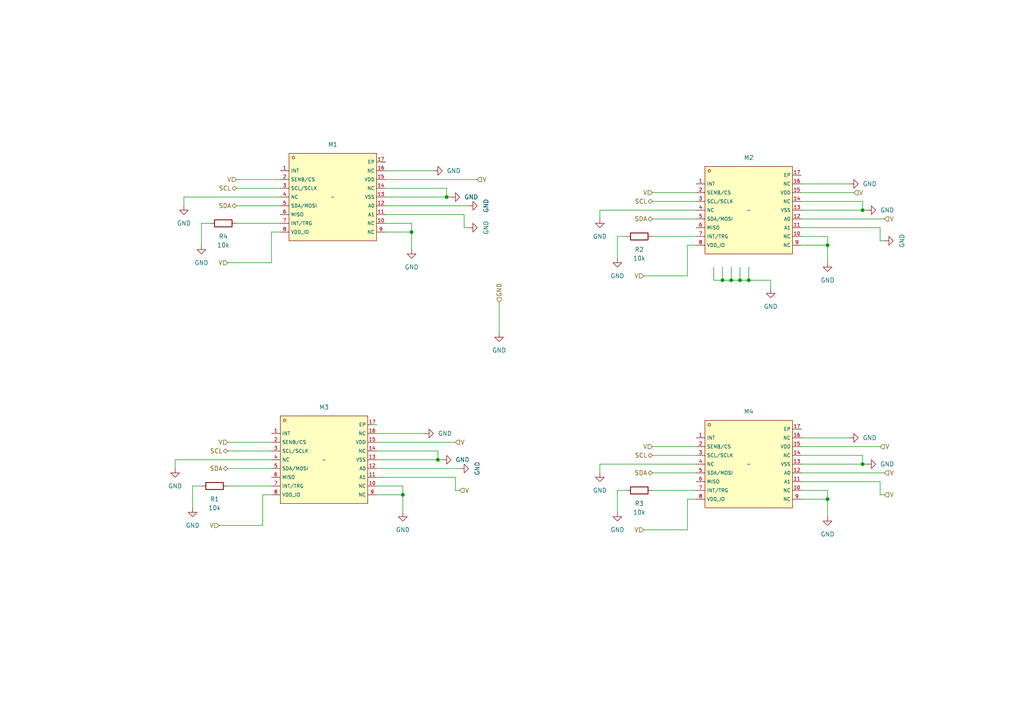
<source format=kicad_sch>
(kicad_sch (version 20230121) (generator eeschema)
  (paper "A4")
  (lib_symbols
    (symbol "Device:R" (pin_numbers hide) (pin_names (offset 0))
      (property "Reference" "R" (at 2.032 0 90))
      (property "Value" "R" (at 0 0 90))
      (symbol "R_0_1"
        (rectangle (start -1.016 -2.54) (end 1.016 2.54) (stroke (width 0.254)))
      )
      (symbol "R_1_1"
        (pin passive line (at 0 3.81 270) (length 1.27) (name "~") (number "1"))
        (pin passive line (at 0 -3.81 90) (length 1.27) (name "~") (number "2"))
      )
    )
    (symbol "JLCPCB:MLX90393SLW-ABA-012-SP"
      (property "Reference" "U" (at 0 1.27 0))
      (property "Value" "MLX90393SLW-ABA-012-SP" (at 0 -2.54 0))
      (symbol "MLX90393SLW-ABA-012-SP_0_1"
        (rectangle (start -12.7 12.7) (end 12.7 -12.7) (fill (type background)))
        (circle (center -11.43 11.43) (radius 0.381) (fill (type background)))
        (pin unspecified line (at -15.24 7.62 0) (length 2.54) (name "INT") (number "1"))
        (pin unspecified line (at 15.24 -7.62 180) (length 2.54) (name "NC") (number "10"))
        (pin unspecified line (at 15.24 -5.08 180) (length 2.54) (name "A1") (number "11"))
        (pin unspecified line (at 15.24 -2.54 180) (length 2.54) (name "A0") (number "12"))
        (pin unspecified line (at 15.24 0 180) (length 2.54) (name "VSS") (number "13"))
        (pin unspecified line (at 15.24 2.54 180) (length 2.54) (name "NC") (number "14"))
        (pin unspecified line (at 15.24 5.08 180) (length 2.54) (name "VDD") (number "15"))
        (pin unspecified line (at 15.24 7.62 180) (length 2.54) (name "NC") (number "16"))
        (pin unspecified line (at 15.24 10.16 180) (length 2.54) (name "EP") (number "17"))
        (pin unspecified line (at -15.24 5.08 0) (length 2.54) (name "SENB/CS") (number "2"))
        (pin unspecified line (at -15.24 2.54 0) (length 2.54) (name "SCL/SCLK") (number "3"))
        (pin unspecified line (at -15.24 0 0) (length 2.54) (name "NC") (number "4"))
        (pin unspecified line (at -15.24 -2.54 0) (length 2.54) (name "SDA/MOSI") (number "5"))
        (pin unspecified line (at -15.24 -5.08 0) (length 2.54) (name "MISO") (number "6"))
        (pin unspecified line (at -15.24 -7.62 0) (length 2.54) (name "INT/TRG") (number "7"))
        (pin unspecified line (at -15.24 -10.16 0) (length 2.54) (name "VDD_IO") (number "8"))
        (pin unspecified line (at 15.24 -10.16 180) (length 2.54) (name "NC") (number "9"))
      )
    )
    (symbol "power:GND" (power) (pin_names (offset 0))
      (property "Value" "GND" (at 0 -3.81 0))
      (symbol "GND_0_1"
        (polyline (pts (xy 0 0) (xy 0 -1.27) (xy 1.27 -1.27) (xy 0 -2.54) (xy -1.27 -1.27) (xy 0 -1.27)))
      )
      (symbol "GND_1_1"
        (pin power_in line (at 0 0 270) (length 0) hide (name "GND") (number "1"))
      )
    )
  )
  (junction (at 240.03 144.78))
  (junction (at 250.19 134.62))
  (junction (at 212.09 81.28))
  (junction (at 217.17 81.28))
  (junction (at 119.38 67.31))
  (junction (at 129.54 57.15))
  (junction (at 240.03 71.12))
  (junction (at 209.55 81.28))
  (junction (at 214.63 81.28))
  (junction (at 116.84 143.51))
  (junction (at 127 133.35))
  (junction (at 250.19 60.96))
  (wire (pts (xy 255.27 143.51) (xy 255.27 139.7)))
  (wire (pts (xy 250.19 58.42) (xy 250.19 60.96)))
  (wire (pts (xy 232.41 60.96) (xy 250.19 60.96)))
  (wire (pts (xy 189.23 129.54) (xy 201.93 129.54)))
  (wire (pts (xy 209.55 77.47) (xy 209.55 81.28)))
  (wire (pts (xy 173.99 134.62) (xy 173.99 137.16)))
  (wire (pts (xy 173.99 60.96) (xy 201.93 60.96)))
  (wire (pts (xy 144.78 87.63) (xy 144.78 96.52)))
  (wire (pts (xy 53.34 57.15) (xy 53.34 59.69)))
  (wire (pts (xy 78.74 76.2) (xy 78.74 67.31)))
  (wire (pts (xy 66.04 135.89) (xy 78.74 135.89)))
  (wire (pts (xy 256.54 69.85) (xy 255.27 69.85)))
  (wire (pts (xy 58.42 64.77) (xy 58.42 71.12)))
  (wire (pts (xy 250.19 132.08) (xy 250.19 134.62)))
  (wire (pts (xy 189.23 55.88) (xy 201.93 55.88)))
  (wire (pts (xy 232.41 142.24) (xy 240.03 142.24)))
  (wire (pts (xy 116.84 140.97) (xy 116.84 143.51)))
  (wire (pts (xy 199.39 71.12) (xy 201.93 71.12)))
  (wire (pts (xy 116.84 143.51) (xy 116.84 148.59)))
  (wire (pts (xy 207.01 81.28) (xy 209.55 81.28)))
  (wire (pts (xy 232.41 129.54) (xy 255.27 129.54)))
  (wire (pts (xy 68.58 64.77) (xy 81.28 64.77)))
  (wire (pts (xy 240.03 144.78) (xy 240.03 149.86)))
  (wire (pts (xy 76.2 152.4) (xy 76.2 143.51)))
  (wire (pts (xy 50.8 133.35) (xy 50.8 135.89)))
  (wire (pts (xy 132.08 138.43) (xy 109.22 138.43)))
  (wire (pts (xy 66.04 140.97) (xy 78.74 140.97)))
  (wire (pts (xy 232.41 55.88) (xy 247.65 55.88)))
  (wire (pts (xy 212.09 81.28) (xy 214.63 81.28)))
  (wire (pts (xy 250.19 60.96) (xy 251.46 60.96)))
  (wire (pts (xy 232.41 127) (xy 246.38 127)))
  (wire (pts (xy 111.76 52.07) (xy 138.43 52.07)))
  (wire (pts (xy 53.34 57.15) (xy 81.28 57.15)))
  (wire (pts (xy 66.04 128.27) (xy 78.74 128.27)))
  (wire (pts (xy 189.23 68.58) (xy 201.93 68.58)))
  (wire (pts (xy 217.17 77.47) (xy 217.17 81.28)))
  (wire (pts (xy 76.2 143.51) (xy 78.74 143.51)))
  (wire (pts (xy 127 130.81) (xy 127 133.35)))
  (wire (pts (xy 66.04 130.81) (xy 78.74 130.81)))
  (wire (pts (xy 129.54 57.15) (xy 130.81 57.15)))
  (wire (pts (xy 119.38 64.77) (xy 119.38 67.31)))
  (wire (pts (xy 50.8 133.35) (xy 78.74 133.35)))
  (wire (pts (xy 66.04 76.2) (xy 78.74 76.2)))
  (wire (pts (xy 55.88 140.97) (xy 58.42 140.97)))
  (wire (pts (xy 179.07 142.24) (xy 179.07 148.59)))
  (wire (pts (xy 232.41 71.12) (xy 240.03 71.12)))
  (wire (pts (xy 132.08 142.24) (xy 132.08 138.43)))
  (wire (pts (xy 214.63 77.47) (xy 214.63 81.28)))
  (wire (pts (xy 134.62 62.23) (xy 111.76 62.23)))
  (wire (pts (xy 256.54 63.5) (xy 232.41 63.5)))
  (wire (pts (xy 232.41 144.78) (xy 240.03 144.78)))
  (wire (pts (xy 256.54 137.16) (xy 232.41 137.16)))
  (wire (pts (xy 111.76 67.31) (xy 119.38 67.31)))
  (wire (pts (xy 189.23 137.16) (xy 201.93 137.16)))
  (wire (pts (xy 256.54 143.51) (xy 255.27 143.51)))
  (wire (pts (xy 68.58 54.61) (xy 81.28 54.61)))
  (wire (pts (xy 68.58 52.07) (xy 81.28 52.07)))
  (wire (pts (xy 179.07 68.58) (xy 181.61 68.58)))
  (wire (pts (xy 109.22 130.81) (xy 127 130.81)))
  (wire (pts (xy 78.74 67.31) (xy 81.28 67.31)))
  (wire (pts (xy 109.22 140.97) (xy 116.84 140.97)))
  (wire (pts (xy 199.39 80.01) (xy 199.39 71.12)))
  (wire (pts (xy 134.62 66.04) (xy 134.62 62.23)))
  (wire (pts (xy 109.22 143.51) (xy 116.84 143.51)))
  (wire (pts (xy 209.55 81.28) (xy 212.09 81.28)))
  (wire (pts (xy 250.19 134.62) (xy 251.46 134.62)))
  (wire (pts (xy 109.22 125.73) (xy 123.19 125.73)))
  (wire (pts (xy 232.41 53.34) (xy 246.38 53.34)))
  (wire (pts (xy 232.41 132.08) (xy 250.19 132.08)))
  (wire (pts (xy 189.23 132.08) (xy 201.93 132.08)))
  (wire (pts (xy 186.69 80.01) (xy 199.39 80.01)))
  (wire (pts (xy 173.99 60.96) (xy 173.99 63.5)))
  (wire (pts (xy 135.89 66.04) (xy 134.62 66.04)))
  (wire (pts (xy 119.38 67.31) (xy 119.38 72.39)))
  (wire (pts (xy 179.07 68.58) (xy 179.07 74.93)))
  (wire (pts (xy 110.49 46.99) (xy 111.76 46.99)))
  (wire (pts (xy 111.76 64.77) (xy 119.38 64.77)))
  (wire (pts (xy 255.27 139.7) (xy 232.41 139.7)))
  (wire (pts (xy 240.03 142.24) (xy 240.03 144.78)))
  (wire (pts (xy 63.5 152.4) (xy 76.2 152.4)))
  (wire (pts (xy 223.52 81.28) (xy 223.52 83.82)))
  (wire (pts (xy 255.27 66.04) (xy 232.41 66.04)))
  (wire (pts (xy 217.17 81.28) (xy 223.52 81.28)))
  (wire (pts (xy 68.58 59.69) (xy 81.28 59.69)))
  (wire (pts (xy 111.76 57.15) (xy 129.54 57.15)))
  (wire (pts (xy 111.76 54.61) (xy 129.54 54.61)))
  (wire (pts (xy 231.14 50.8) (xy 232.41 50.8)))
  (wire (pts (xy 232.41 134.62) (xy 250.19 134.62)))
  (wire (pts (xy 109.22 133.35) (xy 127 133.35)))
  (wire (pts (xy 127 133.35) (xy 128.27 133.35)))
  (wire (pts (xy 240.03 68.58) (xy 240.03 71.12)))
  (wire (pts (xy 232.41 58.42) (xy 250.19 58.42)))
  (wire (pts (xy 129.54 54.61) (xy 129.54 57.15)))
  (wire (pts (xy 231.14 124.46) (xy 232.41 124.46)))
  (wire (pts (xy 55.88 140.97) (xy 55.88 147.32)))
  (wire (pts (xy 240.03 71.12) (xy 240.03 76.2)))
  (wire (pts (xy 173.99 134.62) (xy 201.93 134.62)))
  (wire (pts (xy 212.09 77.47) (xy 212.09 81.28)))
  (wire (pts (xy 189.23 58.42) (xy 201.93 58.42)))
  (wire (pts (xy 135.89 59.69) (xy 111.76 59.69)))
  (wire (pts (xy 255.27 69.85) (xy 255.27 66.04)))
  (wire (pts (xy 214.63 81.28) (xy 217.17 81.28)))
  (wire (pts (xy 109.22 128.27) (xy 132.08 128.27)))
  (wire (pts (xy 133.35 135.89) (xy 109.22 135.89)))
  (wire (pts (xy 133.35 142.24) (xy 132.08 142.24)))
  (wire (pts (xy 199.39 144.78) (xy 201.93 144.78)))
  (wire (pts (xy 111.76 49.53) (xy 125.73 49.53)))
  (wire (pts (xy 189.23 63.5) (xy 201.93 63.5)))
  (wire (pts (xy 107.95 123.19) (xy 109.22 123.19)))
  (wire (pts (xy 189.23 142.24) (xy 201.93 142.24)))
  (wire (pts (xy 232.41 68.58) (xy 240.03 68.58)))
  (wire (pts (xy 186.69 153.67) (xy 199.39 153.67)))
  (wire (pts (xy 199.39 153.67) (xy 199.39 144.78)))
  (wire (pts (xy 58.42 64.77) (xy 60.96 64.77)))
  (wire (pts (xy 207.01 77.47) (xy 207.01 81.28)))
  (wire (pts (xy 179.07 142.24) (xy 181.61 142.24)))
  (hierarchical_label "SCL" (shape bidirectional) (at 68.58 54.61 180))
  (hierarchical_label "V" (shape input) (at 189.23 55.88 180))
  (hierarchical_label "V" (shape input) (at 133.35 142.24 0))
  (hierarchical_label "V" (shape input) (at 66.04 128.27 180))
  (hierarchical_label "SCL" (shape bidirectional) (at 189.23 132.08 180))
  (hierarchical_label "V" (shape input) (at 138.43 52.07 0))
  (hierarchical_label "SDA" (shape bidirectional) (at 189.23 63.5 180))
  (hierarchical_label "V" (shape input) (at 68.58 52.07 180))
  (hierarchical_label "V" (shape input) (at 66.04 76.2 180))
  (hierarchical_label "SCL" (shape bidirectional) (at 189.23 58.42 180))
  (hierarchical_label "V" (shape input) (at 256.54 143.51 0))
  (hierarchical_label "V" (shape input) (at 132.08 128.27 0))
  (hierarchical_label "V" (shape input) (at 63.5 152.4 180))
  (hierarchical_label "SDA" (shape bidirectional) (at 189.23 137.16 180))
  (hierarchical_label "SDA" (shape bidirectional) (at 68.58 59.69 180))
  (hierarchical_label "V" (shape input) (at 256.54 137.16 0))
  (hierarchical_label "V" (shape input) (at 186.69 153.67 180))
  (hierarchical_label "V" (shape input) (at 255.27 129.54 0))
  (hierarchical_label "V" (shape input) (at 186.69 80.01 180))
  (hierarchical_label "SCL" (shape bidirectional) (at 66.04 130.81 180))
  (hierarchical_label "V" (shape input) (at 247.65 55.88 0))
  (hierarchical_label "V" (shape input) (at 256.54 63.5 0))
  (hierarchical_label "GND" (shape input) (at 144.78 87.63 90))
  (hierarchical_label "SDA" (shape bidirectional) (at 66.04 135.89 180))
  (hierarchical_label "V" (shape input) (at 189.23 129.54 180))
  (symbol (lib_id "power:GND") (at 246.38 53.34 90) (unit 1)
    (property "Reference" "#PWR02" (effects hide))
    (property "Value" "GND" (at 250.19 53.34 90) (effects (justify right)))
    (instances (project "MLX90393_board2" (path "" (reference "#PWR02") (unit 1)) (path "" (reference "#PWR036") (unit 1))))
  )
  (symbol (lib_id "Device:R") (at 185.42 68.58 90) (unit 1)
    (property "Reference" "R2" (at 185.42 72.39 90))
    (property "Value" "10k" (at 185.42 74.93 90))
    (property "Footprint" "Resistor_SMD:R_0603_1608Metric" (effects hide))
  )
  (symbol (lib_id "Device:R") (at 185.42 142.24 90) (unit 1)
    (property "Reference" "R3" (at 185.42 146.05 90))
    (property "Value" "10k" (at 185.42 148.59 90))
    (property "Footprint" "Resistor_SMD:R_0603_1608Metric" (effects hide))
  )
  (symbol (lib_id "power:GND") (at 223.52 83.82 0) (unit 1)
    (property "Reference" "#PWR02" (effects hide))
    (property "Value" "GND" (at 223.52 88.9 0))
    (instances (project "MLX90393_board2" (path "" (reference "#PWR02") (unit 1)) (path "" (reference "#PWR013") (unit 1))))
  )
  (symbol (lib_id "power:GND") (at 133.35 135.89 90) (unit 1)
    (property "Reference" "#PWR02" (effects hide))
    (property "Value" "GND" (at 138.43 135.89 0))
    (instances (project "MLX90393_board2" (path "" (reference "#PWR02") (unit 1)) (path "" (reference "#PWR020") (unit 1))))
  )
  (symbol (lib_id "power:GND") (at 251.46 134.62 90) (unit 1)
    (property "Reference" "#PWR02" (effects hide))
    (property "Value" "GND" (at 255.27 134.62 90) (effects (justify right)))
    (instances (project "MLX90393_board2" (path "" (reference "#PWR02") (unit 1)) (path "" (reference "#PWR044") (unit 1))))
  )
  (symbol (lib_id "power:GND") (at 246.38 127 90) (unit 1)
    (property "Reference" "#PWR02" (effects hide))
    (property "Value" "GND" (at 250.19 127 90) (effects (justify right)))
    (instances (project "MLX90393_board2" (path "" (reference "#PWR02") (unit 1)) (path "" (reference "#PWR043") (unit 1))))
  )
  (symbol (lib_id "JLCPCB:MLX90393SLW-ABA-012-SP") (at 217.17 60.96 0) (unit 1)
    (property "Reference" "M2" (at 217.17 45.72 0))
    (property "Value" "~" (at 217.17 60.96 0))
    (property "Footprint" "JLCPCB:QFN-16_L3.0-W3.0-P0.50-BL-EP1.7" (effects hide))
    (property "Datasheet" "https://item.szlcsc.com/44583.html" (effects hide))
    (property "LCSC" "C1526572" (effects hide))
  )
  (symbol (lib_id "power:GND") (at 55.88 147.32 0) (unit 1)
    (property "Reference" "#PWR02" (effects hide))
    (property "Value" "GND" (at 55.88 152.4 0))
    (instances (project "MLX90393_board2" (path "" (reference "#PWR02") (unit 1)) (path "" (reference "#PWR014") (unit 1))))
  )
  (symbol (lib_id "power:GND") (at 135.89 59.69 90) (unit 1)
    (property "Reference" "#PWR02" (effects hide))
    (property "Value" "GND" (at 140.97 59.69 0))
    (instances (project "MLX90393_board2" (path "" (reference "#PWR02") (unit 1)) (path "" (reference "#PWR01") (unit 1))))
  )
  (symbol (lib_id "power:GND") (at 128.27 133.35 90) (unit 1)
    (property "Reference" "#PWR02" (effects hide))
    (property "Value" "GND" (at 132.08 133.35 90) (effects (justify right)))
    (instances (project "MLX90393_board2" (path "" (reference "#PWR02") (unit 1)) (path "" (reference "#PWR019") (unit 1))))
  )
  (symbol (lib_id "JLCPCB:MLX90393SLW-ABA-012-SP") (at 217.17 134.62 0) (unit 1)
    (property "Reference" "M4" (at 217.17 119.38 0))
    (property "Value" "~" (at 217.17 134.62 0))
    (property "Footprint" "JLCPCB:QFN-16_L3.0-W3.0-P0.50-BL-EP1.7" (effects hide))
    (property "Datasheet" "https://item.szlcsc.com/44583.html" (effects hide))
    (property "LCSC" "C1526572" (effects hide))
  )
  (symbol (lib_id "power:GND") (at 119.38 72.39 0) (unit 1)
    (property "Reference" "#PWR02" (effects hide))
    (property "Value" "GND" (at 119.38 77.47 0))
    (instances (project "MLX90393_board2" (path "" (reference "#PWR02") (unit 1)) (path "" (reference "#PWR03") (unit 1))))
  )
  (symbol (lib_id "power:GND") (at 173.99 137.16 0) (unit 1)
    (property "Reference" "#PWR02" (effects hide))
    (property "Value" "GND" (at 173.99 142.24 0))
    (instances (project "MLX90393_board2" (path "" (reference "#PWR02") (unit 1)) (path "" (reference "#PWR040") (unit 1))))
  )
  (symbol (lib_id "power:GND") (at 123.19 125.73 90) (unit 1)
    (property "Reference" "#PWR02" (effects hide))
    (property "Value" "GND" (at 127 125.73 90) (effects (justify right)))
    (instances (project "MLX90393_board2" (path "" (reference "#PWR02") (unit 1)) (path "" (reference "#PWR018") (unit 1))))
  )
  (symbol (lib_id "power:GND") (at 130.81 57.15 90) (unit 1)
    (property "Reference" "#PWR02" (effects hide))
    (property "Value" "GND" (at 134.62 57.15 90) (effects (justify right)))
    (instances (project "MLX90393_board2" (path "" (reference "#PWR02") (unit 1)) (path "" (reference "#PWR011") (unit 1))))
  )
  (symbol (lib_id "power:GND") (at 251.46 60.96 90) (unit 1)
    (property "Reference" "#PWR02" (effects hide))
    (property "Value" "GND" (at 255.27 60.96 90) (effects (justify right)))
    (instances (project "MLX90393_board2" (path "" (reference "#PWR02") (unit 1)) (path "" (reference "#PWR037") (unit 1))))
  )
  (symbol (lib_id "power:GND") (at 256.54 69.85 90) (unit 1)
    (property "Reference" "#PWR02" (effects hide))
    (property "Value" "GND" (at 261.62 69.85 0))
    (instances (project "MLX90393_board2" (path "" (reference "#PWR02") (unit 1)) (path "" (reference "#PWR039") (unit 1))))
  )
  (symbol (lib_id "power:GND") (at 116.84 148.59 0) (unit 1)
    (property "Reference" "#PWR02" (effects hide))
    (property "Value" "GND" (at 116.84 153.67 0))
    (instances (project "MLX90393_board2" (path "" (reference "#PWR02") (unit 1)) (path "" (reference "#PWR017") (unit 1))))
  )
  (symbol (lib_id "JLCPCB:MLX90393SLW-ABA-012-SP") (at 96.52 57.15 0) (unit 1)
    (property "Reference" "M1" (at 96.52 41.91 0))
    (property "Value" "~" (at 96.52 57.15 0))
    (property "Footprint" "JLCPCB:QFN-16_L3.0-W3.0-P0.50-BL-EP1.7" (effects hide))
    (property "Datasheet" "https://item.szlcsc.com/44583.html" (effects hide))
    (property "LCSC" "C1526572" (effects hide))
  )
  (symbol (lib_id "power:GND") (at 53.34 59.69 0) (unit 1)
    (property "Reference" "#PWR02" (effects hide))
    (property "Value" "GND" (at 53.34 64.77 0))
    (instances (project "MLX90393_board2" (path "" (reference "#PWR02") (unit 1)) (path "" (reference "#PWR07") (unit 1))))
  )
  (symbol (lib_id "power:GND") (at 179.07 74.93 0) (unit 1)
    (property "Reference" "#PWR02" (effects hide))
    (property "Value" "GND" (at 179.07 80.01 0))
    (instances (project "MLX90393_board2" (path "" (reference "#PWR02") (unit 1)) (path "" (reference "#PWR034") (unit 1))))
  )
  (symbol (lib_id "Device:R") (at 64.77 64.77 90) (unit 1)
    (property "Reference" "R4" (at 64.77 68.58 90))
    (property "Value" "10k" (at 64.77 71.12 90))
    (property "Footprint" "Resistor_SMD:R_0603_1608Metric" (effects hide))
  )
  (symbol (lib_id "power:GND") (at 173.99 63.5 0) (unit 1)
    (property "Reference" "#PWR02" (effects hide))
    (property "Value" "GND" (at 173.99 68.58 0))
    (instances (project "MLX90393_board2" (path "" (reference "#PWR02") (unit 1)) (path "" (reference "#PWR024") (unit 1))))
  )
  (symbol (lib_id "power:GND") (at 240.03 76.2 0) (unit 1)
    (property "Reference" "#PWR02" (effects hide))
    (property "Value" "GND" (at 240.03 81.28 0))
    (instances (project "MLX90393_board2" (path "" (reference "#PWR02") (unit 1)) (path "" (reference "#PWR035") (unit 1))))
  )
  (symbol (lib_id "power:GND") (at 58.42 71.12 0) (unit 1)
    (property "Reference" "#PWR02" (effects hide))
    (property "Value" "GND" (at 58.42 76.2 0))
    (instances (project "MLX90393_board2" (path "" (reference "#PWR02") (unit 1)) (path "" (reference "#PWR05") (unit 1))))
  )
  (symbol (lib_id "power:GND") (at 144.78 96.52 0) (unit 1)
    (property "Reference" "#PWR02" (effects hide))
    (property "Value" "GND" (at 144.78 101.6 0))
  )
  (symbol (lib_id "power:GND") (at 50.8 135.89 0) (unit 1)
    (property "Reference" "#PWR02" (effects hide))
    (property "Value" "GND" (at 50.8 140.97 0))
    (instances (project "MLX90393_board2" (path "" (reference "#PWR02") (unit 1)) (path "" (reference "#PWR08") (unit 1))))
  )
  (symbol (lib_id "JLCPCB:MLX90393SLW-ABA-012-SP") (at 93.98 133.35 0) (unit 1)
    (property "Reference" "M3" (at 93.98 118.11 0))
    (property "Value" "~" (at 93.98 133.35 0))
    (property "Footprint" "JLCPCB:QFN-16_L3.0-W3.0-P0.50-BL-EP1.7" (effects hide))
    (property "Datasheet" "https://item.szlcsc.com/44583.html" (effects hide))
    (property "LCSC" "C1526572" (effects hide))
  )
  (symbol (lib_id "power:GND") (at 240.03 149.86 0) (unit 1)
    (property "Reference" "#PWR02" (effects hide))
    (property "Value" "GND" (at 240.03 154.94 0))
    (instances (project "MLX90393_board2" (path "" (reference "#PWR02") (unit 1)) (path "" (reference "#PWR042") (unit 1))))
  )
  (symbol (lib_id "power:GND") (at 179.07 148.59 0) (unit 1)
    (property "Reference" "#PWR02" (effects hide))
    (property "Value" "GND" (at 179.07 153.67 0))
    (instances (project "MLX90393_board2" (path "" (reference "#PWR02") (unit 1)) (path "" (reference "#PWR041") (unit 1))))
  )
  (symbol (lib_id "power:GND") (at 135.89 66.04 90) (unit 1)
    (property "Reference" "#PWR02" (effects hide))
    (property "Value" "GND" (at 140.97 66.04 0))
    (instances (project "MLX90393_board2" (path "" (reference "#PWR02") (unit 1)) (path "" (reference "#PWR04") (unit 1))))
  )
  (symbol (lib_id "Device:R") (at 62.23 140.97 90) (unit 1)
    (property "Reference" "R1" (at 62.23 144.78 90))
    (property "Value" "10k" (at 62.23 147.32 90))
    (property "Footprint" "Resistor_SMD:R_0603_1608Metric" (effects hide))
  )
  (symbol (lib_id "power:GND") (at 125.73 49.53 90) (unit 1)
    (property "Reference" "#PWR02" (effects hide))
    (property "Value" "GND" (at 129.54 49.53 90) (effects (justify right)))
    (instances (project "MLX90393_board2" (path "" (reference "#PWR02") (unit 1)) (path "" (reference "#PWR012") (unit 1))))
  )
)
</source>
